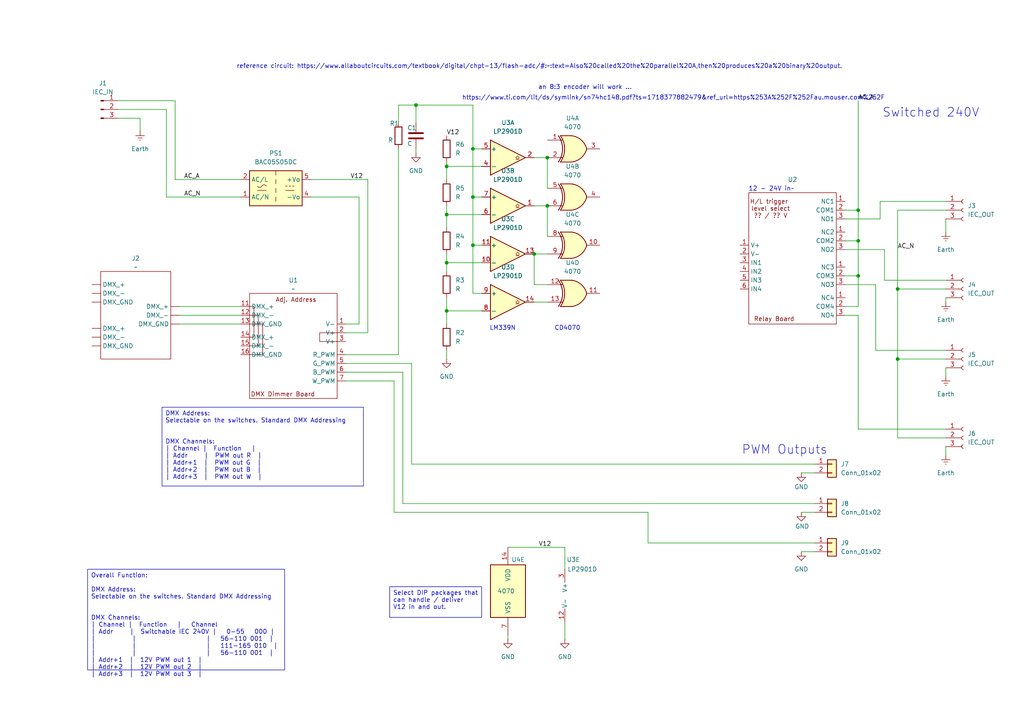
<source format=kicad_sch>
(kicad_sch (version 20231120) (generator "eeschema") (generator_version "8.0")
  (paper "A4")
  (lib_symbols
    (symbol "4xxx:4070" (pin_names (offset 1.016))
      (property "Reference" "U" (at 0 1.27 0))
      (property "Value" "4070" (at 0 -1.27 0))
      (symbol "4070_1_0"
        (arc (start -4.4196 -3.81) (mid -3.2033 0) (end -4.4196 3.81) (stroke (width 0.254)))
        (arc (start -3.81 -3.81) (mid -2.589 0) (end -3.81 3.81) (stroke (width 0.254)))
        (arc (start -0.6096 -3.81) (mid 2.1842 -2.5851) (end 3.81 0) (stroke (width 0.254)) (fill (type background)))
        (polyline (pts (xy -3.81 -3.81) (xy -0.635 -3.81)) (stroke (width 0.254)) (fill (type background)))
        (polyline (pts (xy -3.81 3.81) (xy -0.635 3.81)) (stroke (width 0.254)) (fill (type background)))
        (polyline (pts (xy -0.635 3.81) (xy -3.81 3.81) (xy -3.81 3.81) (xy -3.556 3.4036) (xy -3.0226 2.2606) (xy -2.6924 1.0414) (xy -2.6162 -0.254) (xy -2.7686 -1.4986) (xy -3.175 -2.7178) (xy -3.81 -3.81) (xy -3.81 -3.81) (xy -0.635 -3.81)) (stroke (width -25.4)) (fill (type background)))
        (arc (start 3.81 0) (mid 2.1915 2.5936) (end -0.6096 3.81) (stroke (width 0.254)) (fill (type background)))
        (pin input line (at -7.62 2.54 0) (length 4.445) (name "~") (number "1"))
        (pin input line (at -7.62 -2.54 0) (length 4.445) (name "~") (number "2"))
        (pin output line (at 7.62 0 180) (length 3.81) (name "~") (number "3"))
      )
      (symbol "4070_1_1"
        (polyline (pts (xy -3.81 -2.54) (xy -3.175 -2.54)) (stroke (width 0.1524)))
        (polyline (pts (xy -3.81 2.54) (xy -3.175 2.54)) (stroke (width 0.1524)))
      )
      (symbol "4070_2_0"
        (arc (start -4.4196 -3.81) (mid -3.2033 0) (end -4.4196 3.81) (stroke (width 0.254)))
        (arc (start -3.81 -3.81) (mid -2.589 0) (end -3.81 3.81) (stroke (width 0.254)))
        (arc (start -0.6096 -3.81) (mid 2.1842 -2.5851) (end 3.81 0) (stroke (width 0.254)) (fill (type background)))
        (polyline (pts (xy -3.81 -3.81) (xy -0.635 -3.81)) (stroke (width 0.254)) (fill (type background)))
        (polyline (pts (xy -3.81 3.81) (xy -0.635 3.81)) (stroke (width 0.254)) (fill (type background)))
        (polyline (pts (xy -0.635 3.81) (xy -3.81 3.81) (xy -3.81 3.81) (xy -3.556 3.4036) (xy -3.0226 2.2606) (xy -2.6924 1.0414) (xy -2.6162 -0.254) (xy -2.7686 -1.4986) (xy -3.175 -2.7178) (xy -3.81 -3.81) (xy -3.81 -3.81) (xy -0.635 -3.81)) (stroke (width -25.4)) (fill (type background)))
        (arc (start 3.81 0) (mid 2.1915 2.5936) (end -0.6096 3.81) (stroke (width 0.254)) (fill (type background)))
        (pin output line (at 7.62 0 180) (length 3.81) (name "~") (number "4"))
        (pin input line (at -7.62 2.54 0) (length 4.445) (name "~") (number "5"))
        (pin input line (at -7.62 -2.54 0) (length 4.445) (name "~") (number "6"))
      )
      (symbol "4070_2_1"
        (polyline (pts (xy -3.81 -2.54) (xy -3.175 -2.54)) (stroke (width 0.1524)))
        (polyline (pts (xy -3.81 2.54) (xy -3.175 2.54)) (stroke (width 0.1524)))
      )
      (symbol "4070_3_0"
        (arc (start -4.4196 -3.81) (mid -3.2033 0) (end -4.4196 3.81) (stroke (width 0.254)))
        (arc (start -3.81 -3.81) (mid -2.589 0) (end -3.81 3.81) (stroke (width 0.254)))
        (arc (start -0.6096 -3.81) (mid 2.1842 -2.5851) (end 3.81 0) (stroke (width 0.254)) (fill (type background)))
        (polyline (pts (xy -3.81 -3.81) (xy -0.635 -3.81)) (stroke (width 0.254)) (fill (type background)))
        (polyline (pts (xy -3.81 3.81) (xy -0.635 3.81)) (stroke (width 0.254)) (fill (type background)))
        (polyline (pts (xy -0.635 3.81) (xy -3.81 3.81) (xy -3.81 3.81) (xy -3.556 3.4036) (xy -3.0226 2.2606) (xy -2.6924 1.0414) (xy -2.6162 -0.254) (xy -2.7686 -1.4986) (xy -3.175 -2.7178) (xy -3.81 -3.81) (xy -3.81 -3.81) (xy -0.635 -3.81)) (stroke (width -25.4)) (fill (type background)))
        (arc (start 3.81 0) (mid 2.1915 2.5936) (end -0.6096 3.81) (stroke (width 0.254)) (fill (type background)))
        (pin output line (at 7.62 0 180) (length 3.81) (name "~") (number "10"))
        (pin input line (at -7.62 2.54 0) (length 4.445) (name "~") (number "8"))
        (pin input line (at -7.62 -2.54 0) (length 4.445) (name "~") (number "9"))
      )
      (symbol "4070_3_1"
        (polyline (pts (xy -3.81 -2.54) (xy -3.175 -2.54)) (stroke (width 0.1524)))
        (polyline (pts (xy -3.81 2.54) (xy -3.175 2.54)) (stroke (width 0.1524)))
      )
      (symbol "4070_4_0"
        (arc (start -4.4196 -3.81) (mid -3.2033 0) (end -4.4196 3.81) (stroke (width 0.254)))
        (arc (start -3.81 -3.81) (mid -2.589 0) (end -3.81 3.81) (stroke (width 0.254)))
        (arc (start -0.6096 -3.81) (mid 2.1842 -2.5851) (end 3.81 0) (stroke (width 0.254)) (fill (type background)))
        (polyline (pts (xy -3.81 -3.81) (xy -0.635 -3.81)) (stroke (width 0.254)) (fill (type background)))
        (polyline (pts (xy -3.81 3.81) (xy -0.635 3.81)) (stroke (width 0.254)) (fill (type background)))
        (polyline (pts (xy -0.635 3.81) (xy -3.81 3.81) (xy -3.81 3.81) (xy -3.556 3.4036) (xy -3.0226 2.2606) (xy -2.6924 1.0414) (xy -2.6162 -0.254) (xy -2.7686 -1.4986) (xy -3.175 -2.7178) (xy -3.81 -3.81) (xy -3.81 -3.81) (xy -0.635 -3.81)) (stroke (width -25.4)) (fill (type background)))
        (arc (start 3.81 0) (mid 2.1915 2.5936) (end -0.6096 3.81) (stroke (width 0.254)) (fill (type background)))
        (pin output line (at 7.62 0 180) (length 3.81) (name "~") (number "11"))
        (pin input line (at -7.62 2.54 0) (length 4.445) (name "~") (number "12"))
        (pin input line (at -7.62 -2.54 0) (length 4.445) (name "~") (number "13"))
      )
      (symbol "4070_4_1"
        (polyline (pts (xy -3.81 -2.54) (xy -3.175 -2.54)) (stroke (width 0.1524)))
        (polyline (pts (xy -3.81 2.54) (xy -3.175 2.54)) (stroke (width 0.1524)))
      )
      (symbol "4070_5_0"
        (pin power_in line (at 0 12.7 270) (length 5.08) (name "VDD") (number "14"))
        (pin power_in line (at 0 -12.7 90) (length 5.08) (name "VSS") (number "7"))
      )
      (symbol "4070_5_1"
        (rectangle (start -5.08 7.62) (end 5.08 -7.62) (stroke (width 0.254)) (fill (type background)))
      )
    )
    (symbol "Comparator:LP2901D" (pin_names (offset 0.127))
      (property "Reference" "U" (at 0 5.08 0))
      (property "Value" "LP2901D" (at 0 -5.08 0))
      (symbol "LP2901D_1_1"
        (polyline (pts (xy -5.08 5.08) (xy 5.08 0) (xy -5.08 -5.08) (xy -5.08 5.08)) (stroke (width 0.254)) (fill (type background)))
        (polyline (pts (xy 3.302 -0.508) (xy 2.794 -0.508) (xy 3.302 0) (xy 2.794 0.508) (xy 2.286 0) (xy 2.794 -0.508) (xy 2.286 -0.508)) (stroke (width 0.127)))
        (pin open_collector line (at 7.62 0 180) (length 2.54) (name "~") (number "2"))
        (pin input line (at -7.62 -2.54 0) (length 2.54) (name "-") (number "4"))
        (pin input line (at -7.62 2.54 0) (length 2.54) (name "+") (number "5"))
      )
      (symbol "LP2901D_2_1"
        (polyline (pts (xy -5.08 5.08) (xy 5.08 0) (xy -5.08 -5.08) (xy -5.08 5.08)) (stroke (width 0.254)) (fill (type background)))
        (polyline (pts (xy 3.302 -0.508) (xy 2.794 -0.508) (xy 3.302 0) (xy 2.794 0.508) (xy 2.286 0) (xy 2.794 -0.508) (xy 2.286 -0.508)) (stroke (width 0.127)))
        (pin open_collector line (at 7.62 0 180) (length 2.54) (name "~") (number "1"))
        (pin input line (at -7.62 -2.54 0) (length 2.54) (name "-") (number "6"))
        (pin input line (at -7.62 2.54 0) (length 2.54) (name "+") (number "7"))
      )
      (symbol "LP2901D_3_1"
        (polyline (pts (xy -5.08 5.08) (xy 5.08 0) (xy -5.08 -5.08) (xy -5.08 5.08)) (stroke (width 0.254)) (fill (type background)))
        (polyline (pts (xy 3.302 -0.508) (xy 2.794 -0.508) (xy 3.302 0) (xy 2.794 0.508) (xy 2.286 0) (xy 2.794 -0.508) (xy 2.286 -0.508)) (stroke (width 0.127)))
        (pin input line (at -7.62 -2.54 0) (length 2.54) (name "-") (number "10"))
        (pin input line (at -7.62 2.54 0) (length 2.54) (name "+") (number "11"))
        (pin open_collector line (at 7.62 0 180) (length 2.54) (name "~") (number "13"))
      )
      (symbol "LP2901D_4_1"
        (polyline (pts (xy -5.08 5.08) (xy 5.08 0) (xy -5.08 -5.08) (xy -5.08 5.08)) (stroke (width 0.254)) (fill (type background)))
        (polyline (pts (xy 3.302 -0.508) (xy 2.794 -0.508) (xy 3.302 0) (xy 2.794 0.508) (xy 2.286 0) (xy 2.794 -0.508) (xy 2.286 -0.508)) (stroke (width 0.127)))
        (pin open_collector line (at 7.62 0 180) (length 2.54) (name "~") (number "14"))
        (pin input line (at -7.62 -2.54 0) (length 2.54) (name "-") (number "8"))
        (pin input line (at -7.62 2.54 0) (length 2.54) (name "+") (number "9"))
      )
      (symbol "LP2901D_5_1"
        (pin power_in line (at -2.54 -7.62 90) (length 3.81) (name "V-") (number "12"))
        (pin power_in line (at -2.54 7.62 270) (length 3.81) (name "V+") (number "3"))
      )
    )
    (symbol "Connector:Conn_01x03_Pin" (pin_names (offset 1.016) hide)
      (property "Reference" "J" (at 0 5.08 0))
      (property "Value" "Conn_01x03_Pin" (at 0 -5.08 0))
      (symbol "Conn_01x03_Pin_1_1"
        (polyline (pts (xy 1.27 -2.54) (xy 0.8636 -2.54)) (stroke (width 0.1524)))
        (polyline (pts (xy 1.27 0) (xy 0.8636 0)) (stroke (width 0.1524)))
        (polyline (pts (xy 1.27 2.54) (xy 0.8636 2.54)) (stroke (width 0.1524)))
        (rectangle (start 0.8636 -2.413) (end 0 -2.667) (stroke (width 0.1524)) (fill (type outline)))
        (rectangle (start 0.8636 0.127) (end 0 -0.127) (stroke (width 0.1524)) (fill (type outline)))
        (rectangle (start 0.8636 2.667) (end 0 2.413) (stroke (width 0.1524)) (fill (type outline)))
        (pin passive line (at 5.08 2.54 180) (length 3.81) (name "Pin_1") (number "1"))
        (pin passive line (at 5.08 0 180) (length 3.81) (name "Pin_2") (number "2"))
        (pin passive line (at 5.08 -2.54 180) (length 3.81) (name "Pin_3") (number "3"))
      )
    )
    (symbol "Connector:Conn_01x03_Socket" (pin_names (offset 1.016) hide)
      (property "Reference" "J" (at 0 5.08 0))
      (property "Value" "Conn_01x03_Socket" (at 0 -5.08 0))
      (symbol "Conn_01x03_Socket_1_1"
        (arc (start 0 -2.032) (mid -0.5058 -2.54) (end 0 -3.048) (stroke (width 0.1524)))
        (polyline (pts (xy -1.27 -2.54) (xy -0.508 -2.54)) (stroke (width 0.1524)))
        (polyline (pts (xy -1.27 0) (xy -0.508 0)) (stroke (width 0.1524)))
        (polyline (pts (xy -1.27 2.54) (xy -0.508 2.54)) (stroke (width 0.1524)))
        (arc (start 0 0.508) (mid -0.5058 0) (end 0 -0.508) (stroke (width 0.1524)))
        (arc (start 0 3.048) (mid -0.5058 2.54) (end 0 2.032) (stroke (width 0.1524)))
        (pin passive line (at -5.08 2.54 0) (length 3.81) (name "Pin_1") (number "1"))
        (pin passive line (at -5.08 0 0) (length 3.81) (name "Pin_2") (number "2"))
        (pin passive line (at -5.08 -2.54 0) (length 3.81) (name "Pin_3") (number "3"))
      )
    )
    (symbol "Connector_Generic:Conn_01x02" (pin_names (offset 1.016) hide)
      (property "Reference" "J" (at 0 2.54 0))
      (property "Value" "Conn_01x02" (at 0 -5.08 0))
      (symbol "Conn_01x02_1_1"
        (rectangle (start -1.27 -2.413) (end 0 -2.667) (stroke (width 0.1524)))
        (rectangle (start -1.27 0.127) (end 0 -0.127) (stroke (width 0.1524)))
        (rectangle (start -1.27 1.27) (end 1.27 -3.81) (stroke (width 0.254)) (fill (type background)))
        (pin passive line (at -5.08 0 0) (length 3.81) (name "Pin_1") (number "1"))
        (pin passive line (at -5.08 -2.54 0) (length 3.81) (name "Pin_2") (number "2"))
      )
    )
    (symbol "Converter_ACDC:BAC05S05DC"
      (property "Reference" "PS" (at 0 6.35 0))
      (property "Value" "BAC05S05DC" (at 0 -6.35 0))
      (symbol "BAC05S05DC_0_1"
        (rectangle (start -7.62 5.08) (end 7.62 -5.08) (stroke (width 0.254)) (fill (type background)))
        (arc (start -5.334 0.635) (mid -4.699 0.2495) (end -4.064 0.635))
        (arc (start -2.794 0.635) (mid -3.429 1.0072) (end -4.064 0.635))
        (polyline (pts (xy -5.334 -0.635) (xy -2.794 -0.635)))
        (polyline (pts (xy 0 -2.54) (xy 0 -3.81)))
        (polyline (pts (xy 0 0) (xy 0 -1.27)))
        (polyline (pts (xy 0 2.54) (xy 0 1.27)))
        (polyline (pts (xy 0 5.08) (xy 0 3.81)))
        (polyline (pts (xy 2.794 -0.635) (xy 5.334 -0.635)))
        (polyline (pts (xy 2.794 0.635) (xy 3.302 0.635)))
        (polyline (pts (xy 3.81 0.635) (xy 4.318 0.635)))
        (polyline (pts (xy 4.826 0.635) (xy 5.334 0.635)))
      )
      (symbol "BAC05S05DC_1_1"
        (pin power_in line (at -10.16 -2.54 0) (length 2.54) (name "AC/N") (number "1"))
        (pin power_in line (at -10.16 2.54 0) (length 2.54) (name "AC/L") (number "2"))
        (pin no_connect line (at 7.62 0 180) (length 2.54) hide (name "NC") (number "3"))
        (pin power_out line (at 10.16 -2.54 180) (length 2.54) (name "-Vo") (number "4"))
        (pin power_out line (at 10.16 2.54 180) (length 2.54) (name "+Vo") (number "5"))
      )
    )
    (symbol "DMX_Modules:DMX_Dimmer_4ch"
      (property "Reference" "U" (at -11.938 -16.51 0))
      (symbol "DMX_Dimmer_4ch_0_1"
        (rectangle (start -12.7 15.24) (end 12.7 -15.24))
        (polyline (pts (xy -12.7 0) (xy -10.16 0) (xy -10.16 8.89) (xy -12.7 8.89)))
        (polyline (pts (xy -12.7 6.35) (xy -8.89 6.35) (xy -8.89 -2.54) (xy -12.7 -2.54)))
        (polyline (pts (xy -12.7 11.43) (xy -11.43 11.43) (xy -11.43 2.54) (xy -12.7 2.54)))
        (polyline (pts (xy 12.7 3.81) (xy 7.62 3.81) (xy 7.62 1.27) (xy 12.7 1.27)))
      )
      (symbol "DMX_Dimmer_4ch_1_1"
        (text "Adj. Address" (at 0.762 13.462 0) (effects (font (size 1.27 1.27))))
        (text "DMX Dimmer Board" (at -3.048 -13.97 0) (effects (font (size 1.27 1.27))))
        (pin power_in line (at 15.24 6.35 180) (length 2.54) (name "V-") (number "1"))
        (pin input line (at -15.24 11.43 0) (length 2.54) (name "DMX_+") (number "11"))
        (pin input line (at -15.24 8.89 0) (length 2.54) (name "DMX_-") (number "12"))
        (pin input line (at -15.24 6.35 0) (length 2.54) (name "DMX_GND") (number "13"))
        (pin input line (at -15.24 2.54 0) (length 2.54) (name "DMX_+") (number "14"))
        (pin input line (at -15.24 0 0) (length 2.54) (name "DMX_-") (number "15"))
        (pin input line (at -15.24 -2.54 0) (length 2.54) (name "DMX_GND") (number "16"))
        (pin power_in line (at 15.24 3.81 180) (length 2.54) (name "V+") (number "2"))
        (pin power_in line (at 15.24 1.27 180) (length 2.54) (name "V+") (number "3"))
        (pin output line (at 15.24 -2.54 180) (length 2.54) (name "R_PWM") (number "4"))
        (pin output line (at 15.24 -5.08 180) (length 2.54) (name "G_PWM") (number "5"))
        (pin output line (at 15.24 -7.62 180) (length 2.54) (name "B_PWM") (number "6"))
        (pin output line (at 15.24 -10.16 180) (length 2.54) (name "W_PWM") (number "7"))
      )
    )
    (symbol "DMX_Modules:RelayBoard"
      (property "Reference" "U" (at -12.192 -20.32 0))
      (symbol "RelayBoard_0_1"
        (rectangle (start -12.7 19.05) (end 12.7 -19.05))
      )
      (symbol "RelayBoard_1_1"
        (text "H/L trigger \nlevel select\n?? / ?? V" (at -6.35 14.478 0) (effects (font (size 1.27 1.27))))
        (text "Relay Board" (at -5.334 -17.526 0) (effects (font (size 1.27 1.27))))
        (pin output line (at 15.24 16.51 180) (length 2.54) (name "NC1") (number "1"))
        (pin output line (at 15.24 7.62 180) (length 2.54) (name "NC2") (number "1"))
        (pin output line (at 15.24 -2.54 180) (length 2.54) (name "NC3") (number "1"))
        (pin output line (at 15.24 -11.43 180) (length 2.54) (name "NC4") (number "1"))
        (pin power_in line (at -15.24 3.81 0) (length 2.54) (name "V+") (number "1"))
        (pin input line (at 15.24 13.97 180) (length 2.54) (name "COM1") (number "2"))
        (pin input line (at 15.24 5.08 180) (length 2.54) (name "COM2") (number "2"))
        (pin input line (at 15.24 -5.08 180) (length 2.54) (name "COM3") (number "2"))
        (pin input line (at 15.24 -13.97 180) (length 2.54) (name "COM4") (number "2"))
        (pin power_in line (at -15.24 1.27 0) (length 2.54) (name "V-") (number "2"))
        (pin input line (at -15.24 -1.27 0) (length 2.54) (name "IN1") (number "3"))
        (pin output line (at 15.24 11.43 180) (length 2.54) (name "NO1") (number "3"))
        (pin output line (at 15.24 2.54 180) (length 2.54) (name "NO2") (number "3"))
        (pin output line (at 15.24 -7.62 180) (length 2.54) (name "NO3") (number "3"))
        (pin output line (at 15.24 -16.51 180) (length 2.54) (name "NO4") (number "3"))
        (pin input line (at -15.24 -3.81 0) (length 2.54) (name "IN2") (number "4"))
        (pin input line (at -15.24 -6.35 0) (length 2.54) (name "IN3") (number "5"))
        (pin input line (at -15.24 -8.89 0) (length 2.54) (name "IN4") (number "6"))
      )
    )
    (symbol "DMX_Relay:DMX_Connector_Board"
      (property "Reference" "J" (at -7.366 -27.432 0))
      (symbol "DMX_Connector_Board_0_1"
        (rectangle (start -7.62 12.7) (end 12.7 -12.7))
      )
      (symbol "DMX_Connector_Board_1_1"
        (pin passive line (at -10.16 -3.81 0) (length 2.54) (name "DMX_+") (number ""))
        (pin passive line (at -10.16 8.89 0) (length 2.54) (name "DMX_+") (number ""))
        (pin passive line (at 15.24 2.54 180) (length 2.54) (name "DMX_+") (number ""))
        (pin passive line (at -10.16 -6.35 0) (length 2.54) (name "DMX_-") (number ""))
        (pin passive line (at -10.16 6.35 0) (length 2.54) (name "DMX_-") (number ""))
        (pin passive line (at 15.24 0 180) (length 2.54) (name "DMX_-") (number ""))
        (pin passive line (at -10.16 -8.89 0) (length 2.54) (name "DMX_GND") (number ""))
        (pin passive line (at -10.16 3.81 0) (length 2.54) (name "DMX_GND") (number ""))
        (pin passive line (at 15.24 -2.54 180) (length 2.54) (name "DMX_GND") (number ""))
      )
    )
    (symbol "Device:C" (pin_numbers hide) (pin_names (offset 0.254))
      (property "Reference" "C" (at 0.635 2.54 0))
      (property "Value" "C" (at 0.635 -2.54 0))
      (symbol "C_0_1"
        (polyline (pts (xy -2.032 -0.762) (xy 2.032 -0.762)) (stroke (width 0.508)))
        (polyline (pts (xy -2.032 0.762) (xy 2.032 0.762)) (stroke (width 0.508)))
      )
      (symbol "C_1_1"
        (pin passive line (at 0 3.81 270) (length 2.794) (name "~") (number "1"))
        (pin passive line (at 0 -3.81 90) (length 2.794) (name "~") (number "2"))
      )
    )
    (symbol "Device:R" (pin_numbers hide) (pin_names (offset 0))
      (property "Reference" "R" (at 2.032 0 90))
      (property "Value" "R" (at 0 0 90))
      (symbol "R_0_1"
        (rectangle (start -1.016 -2.54) (end 1.016 2.54) (stroke (width 0.254)))
      )
      (symbol "R_1_1"
        (pin passive line (at 0 3.81 270) (length 1.27) (name "~") (number "1"))
        (pin passive line (at 0 -3.81 90) (length 1.27) (name "~") (number "2"))
      )
    )
    (symbol "power:Earth" (power) (pin_numbers hide) (pin_names (offset 0) hide)
      (property "Value" "Earth" (at 0 -3.81 0))
      (symbol "Earth_0_1"
        (polyline (pts (xy -0.635 -1.905) (xy 0.635 -1.905)))
        (polyline (pts (xy -0.127 -2.54) (xy 0.127 -2.54)))
        (polyline (pts (xy 0 -1.27) (xy 0 0)))
        (polyline (pts (xy 1.27 -1.27) (xy -1.27 -1.27)))
      )
      (symbol "Earth_1_1"
        (pin power_in line (at 0 0 270) (length 0) (name "~") (number "1"))
      )
    )
    (symbol "power:GND" (power) (pin_numbers hide) (pin_names (offset 0) hide)
      (property "Value" "GND" (at 0 -3.81 0))
      (symbol "GND_0_1"
        (polyline (pts (xy 0 0) (xy 0 -1.27) (xy 1.27 -1.27) (xy 0 -2.54) (xy -1.27 -1.27) (xy 0 -1.27)))
      )
      (symbol "GND_1_1"
        (pin power_in line (at 0 0 270) (length 0) (name "~") (number "1"))
      )
    )
  )
  (junction (at 248.92 69.85))
  (junction (at 158.75 45.72))
  (junction (at 129.54 48.26))
  (junction (at 248.92 80.01))
  (junction (at 137.16 43.18))
  (junction (at 129.54 62.23))
  (junction (at 154.94 73.66))
  (junction (at 137.16 57.15))
  (junction (at 137.16 71.12))
  (junction (at 120.65 30.48))
  (junction (at 248.92 60.96))
  (junction (at 158.75 59.69))
  (junction (at 129.54 76.2))
  (junction (at 260.35 83.82))
  (junction (at 129.54 90.17))
  (junction (at 260.35 104.14))
  (wire (pts (xy 104.14 93.98) (xy 100.33 93.98)))
  (wire (pts (xy 129.54 90.17) (xy 139.7 90.17)))
  (wire (pts (xy 274.32 127) (xy 260.35 127)))
  (wire (pts (xy 154.94 87.63) (xy 158.75 87.63)))
  (wire (pts (xy 248.92 91.44) (xy 248.92 124.46)))
  (wire (pts (xy 129.54 101.6) (xy 129.54 104.14)))
  (wire (pts (xy 232.41 160.02) (xy 236.22 160.02)))
  (wire (pts (xy 245.11 69.85) (xy 248.92 69.85)))
  (wire (pts (xy 34.29 31.75) (xy 48.26 31.75)))
  (wire (pts (xy 274.32 101.6) (xy 254 101.6)))
  (wire (pts (xy 139.7 71.12) (xy 137.16 71.12)))
  (wire (pts (xy 115.57 43.18) (xy 115.57 102.87)))
  (wire (pts (xy 245.11 91.44) (xy 248.92 91.44)))
  (wire (pts (xy 129.54 76.2) (xy 129.54 78.74)))
  (wire (pts (xy 260.35 60.96) (xy 274.32 60.96)))
  (wire (pts (xy 248.92 60.96) (xy 248.92 69.85)))
  (wire (pts (xy 129.54 59.69) (xy 129.54 62.23)))
  (wire (pts (xy 245.11 60.96) (xy 248.92 60.96)))
  (wire (pts (xy 274.32 63.5) (xy 274.32 67.31)))
  (wire (pts (xy 106.68 52.07) (xy 106.68 96.52)))
  (wire (pts (xy 274.32 106.68) (xy 274.32 109.22)))
  (wire (pts (xy 129.54 62.23) (xy 129.54 66.04)))
  (wire (pts (xy 245.11 72.39) (xy 256.54 72.39)))
  (wire (pts (xy 129.54 76.2) (xy 139.7 76.2)))
  (wire (pts (xy 116.84 107.95) (xy 116.84 146.05)))
  (wire (pts (xy 163.83 165.1) (xy 163.83 158.75)))
  (wire (pts (xy 137.16 71.12) (xy 137.16 57.15)))
  (wire (pts (xy 40.64 38.1) (xy 40.64 34.29)))
  (wire (pts (xy 52.07 93.98) (xy 69.85 93.98)))
  (wire (pts (xy 129.54 48.26) (xy 129.54 52.07)))
  (wire (pts (xy 139.7 57.15) (xy 137.16 57.15)))
  (wire (pts (xy 129.54 46.99) (xy 129.54 48.26)))
  (wire (pts (xy 256.54 81.28) (xy 274.32 81.28)))
  (wire (pts (xy 260.35 60.96) (xy 260.35 83.82)))
  (wire (pts (xy 274.32 83.82) (xy 260.35 83.82)))
  (wire (pts (xy 52.07 91.44) (xy 69.85 91.44)))
  (wire (pts (xy 100.33 107.95) (xy 116.84 107.95)))
  (wire (pts (xy 115.57 35.56) (xy 115.57 30.48)))
  (wire (pts (xy 147.32 158.75) (xy 163.83 158.75)))
  (wire (pts (xy 260.35 127) (xy 260.35 104.14)))
  (wire (pts (xy 90.17 52.07) (xy 106.68 52.07)))
  (wire (pts (xy 116.84 146.05) (xy 236.22 146.05)))
  (wire (pts (xy 40.64 34.29) (xy 34.29 34.29)))
  (wire (pts (xy 254 82.55) (xy 254 101.6)))
  (wire (pts (xy 232.41 148.59) (xy 236.22 148.59)))
  (wire (pts (xy 50.8 52.07) (xy 69.85 52.07)))
  (wire (pts (xy 139.7 85.09) (xy 137.16 85.09)))
  (wire (pts (xy 90.17 57.15) (xy 104.14 57.15)))
  (wire (pts (xy 137.16 57.15) (xy 137.16 43.18)))
  (wire (pts (xy 129.54 90.17) (xy 129.54 93.98)))
  (wire (pts (xy 255.27 58.42) (xy 274.32 58.42)))
  (wire (pts (xy 232.41 137.16) (xy 236.22 137.16)))
  (wire (pts (xy 260.35 83.82) (xy 260.35 104.14)))
  (wire (pts (xy 245.11 80.01) (xy 248.92 80.01)))
  (wire (pts (xy 274.32 86.36) (xy 274.32 87.63)))
  (wire (pts (xy 50.8 29.21) (xy 50.8 52.07)))
  (wire (pts (xy 154.94 82.55) (xy 154.94 73.66)))
  (wire (pts (xy 137.16 43.18) (xy 137.16 30.48)))
  (wire (pts (xy 187.96 157.48) (xy 236.22 157.48)))
  (wire (pts (xy 274.32 129.54) (xy 274.32 132.08)))
  (wire (pts (xy 34.29 29.21) (xy 50.8 29.21)))
  (wire (pts (xy 255.27 63.5) (xy 255.27 58.42)))
  (wire (pts (xy 154.94 73.66) (xy 158.75 73.66)))
  (wire (pts (xy 158.75 45.72) (xy 158.75 54.61)))
  (wire (pts (xy 52.07 88.9) (xy 69.85 88.9)))
  (wire (pts (xy 129.54 73.66) (xy 129.54 76.2)))
  (wire (pts (xy 129.54 62.23) (xy 139.7 62.23)))
  (wire (pts (xy 115.57 30.48) (xy 120.65 30.48)))
  (wire (pts (xy 129.54 48.26) (xy 139.7 48.26)))
  (wire (pts (xy 100.33 110.49) (xy 114.3 110.49)))
  (wire (pts (xy 119.38 134.62) (xy 236.22 134.62)))
  (wire (pts (xy 114.3 110.49) (xy 114.3 148.59)))
  (wire (pts (xy 100.33 105.41) (xy 119.38 105.41)))
  (wire (pts (xy 115.57 102.87) (xy 100.33 102.87)))
  (wire (pts (xy 114.3 148.59) (xy 187.96 148.59)))
  (wire (pts (xy 120.65 30.48) (xy 120.65 35.56)))
  (wire (pts (xy 187.96 148.59) (xy 187.96 157.48)))
  (wire (pts (xy 147.32 184.15) (xy 147.32 185.42)))
  (wire (pts (xy 248.92 29.21) (xy 248.92 60.96)))
  (wire (pts (xy 248.92 69.85) (xy 248.92 80.01)))
  (wire (pts (xy 129.54 86.36) (xy 129.54 90.17)))
  (wire (pts (xy 120.65 30.48) (xy 137.16 30.48)))
  (wire (pts (xy 248.92 80.01) (xy 248.92 88.9)))
  (wire (pts (xy 104.14 57.15) (xy 104.14 93.98)))
  (wire (pts (xy 248.92 124.46) (xy 274.32 124.46)))
  (wire (pts (xy 48.26 57.15) (xy 69.85 57.15)))
  (wire (pts (xy 260.35 104.14) (xy 274.32 104.14)))
  (wire (pts (xy 245.11 88.9) (xy 248.92 88.9)))
  (wire (pts (xy 106.68 96.52) (xy 100.33 96.52)))
  (wire (pts (xy 137.16 71.12) (xy 137.16 85.09)))
  (wire (pts (xy 139.7 43.18) (xy 137.16 43.18)))
  (wire (pts (xy 163.83 180.34) (xy 163.83 185.42)))
  (wire (pts (xy 120.65 43.18) (xy 120.65 44.45)))
  (wire (pts (xy 119.38 105.41) (xy 119.38 134.62)))
  (wire (pts (xy 154.94 59.69) (xy 158.75 59.69)))
  (wire (pts (xy 256.54 72.39) (xy 256.54 81.28)))
  (wire (pts (xy 158.75 59.69) (xy 158.75 68.58)))
  (wire (pts (xy 48.26 31.75) (xy 48.26 57.15)))
  (wire (pts (xy 158.75 82.55) (xy 154.94 82.55)))
  (wire (pts (xy 245.11 82.55) (xy 254 82.55)))
  (wire (pts (xy 245.11 63.5) (xy 255.27 63.5)))
  (wire (pts (xy 154.94 45.72) (xy 158.75 45.72)))
  (text_box "Select DIP packages that can handle / deliver V12 in and out. " (at 113.03 170.18 0) (size 26.67 8.89) (effects (font (size 1.27 1.27)) (justify left top)))
  (text_box "Overall Function:\n\nDMX Address: \nSelectable on the switches. Standard DMX Addressing\n\n\nDMX Channels:\n| Channel |  Function   |   Channel\n| Addr     |  Switchable IEC 240V |   0-55   000 |\n|           |                     |   56-110 001  |\n|           |                     |   111-165 010  |\n|           |                     |   56-110 001  |\n| Addr+1  |  12V PWM out 1  |\n| Addr+2  |  12V PWM out 2  |\n| Addr+3  |  12V PWM out 3  | " (at 25.4 165.1 0) (size 57.15 29.21) (effects (font (size 1.27 1.27)) (justify left top)))
  (text_box "DMX Address: \nSelectable on the switches. Standard DMX Addressing\n\n\nDMX Channels:\n| Channel |  Function   |\n| Addr     |  PWM out R  |\n| Addr+1  |  PWM out G  |\n| Addr+2  |  PWM out B  |\n| Addr+3  |  PWM out W  | " (at 46.99 118.11 0) (size 58.42 22.86) (effects (font (size 1.27 1.27)) (justify left top)))
  (text "an 8:3 encoder will work ... " (at 170.18 25.4 0) (effects (font (size 1.27 1.27))))
  (text "PWM Outputs" (at 227.584 130.556 0) (effects (font (size 2.54 2.54))))
  (text "CD4070\n" (at 164.592 95.25 0) (effects (font (size 1.27 1.27))))
  (text "LM339N" (at 145.796 95.25 0) (effects (font (size 1.27 1.27))))
  (text "https://www.ti.com/lit/ds/symlink/sn74hc148.pdf?ts=1718377882479&ref_url=https%253A%252F%252Fau.mouser.com%252F\n" (at 195.326 28.448 0) (effects (font (size 1.27 1.27))))
  (text "reference circuit: https://www.allaboutcircuits.com/textbook/digital/chpt-13/flash-adc/#:~:text=Also%20called%20the%20parallel%20A,then%20produces%20a%20binary%20output.\n" (at 156.464 19.304 0) (effects (font (size 1.27 1.27))))
  (text "Switched 240V" (at 270.002 32.766 0) (effects (font (size 2.54 2.54))))
  (text "12 - 24V in\n" (at 223.266 54.864 0) (effects (font (size 1.27 1.27))))
  (label "V12" (at 129.54 39.37 0))
  (label "AC_N" (at 53.34 57.15 0))
  (label "V12" (at 101.6 52.07 0))
  (label "AC_A" (at 53.34 52.07 0))
  (label "V12" (at 156.21 158.75 0))
  (label "AC_N" (at 260.35 72.39 0))
  (label "AC_A" (at 248.92 29.21 0))
  (symbol (lib_id "Connector_Generic:Conn_01x02") (at 241.3 146.05 0) (unit 1)
    (property "Reference" "J8" (at 243.84 146.0499 0) (effects (justify left)))
    (property "Value" "Conn_01x02" (at 243.84 148.5899 0) (effects (justify left)))
    (property "Description" "Generic connector, single row, 01x02, script generated (kicad-library-utils/schlib/autogen/connector/)" (effects (hide yes)))
  )
  (symbol (lib_id "Connector:Conn_01x03_Socket") (at 279.4 104.14 0) (unit 1)
    (property "Reference" "J5" (at 280.67 102.8699 0) (effects (justify left)))
    (property "Value" "IEC_OUT" (at 280.67 105.4099 0) (effects (justify left)))
    (property "Description" "Generic connector, single row, 01x03, script generated" (effects (hide yes)))
  )
  (symbol (lib_id "power:GND") (at 147.32 185.42 0) (unit 1)
    (property "Reference" "#PWR08" (effects (hide yes)))
    (property "Value" "GND" (at 147.32 190.5 0))
    (property "Description" "Power symbol creates a global label with name \"GND\" , ground" (effects (hide yes)))
  )
  (symbol (lib_id "Device:R") (at 129.54 43.18 0) (unit 1)
    (property "Reference" "R6" (at 132.08 41.9099 0) (effects (justify left)))
    (property "Value" "R" (at 132.08 44.4499 0) (effects (justify left)))
    (property "Description" "Resistor" (effects (hide yes)))
  )
  (symbol (lib_id "Connector:Conn_01x03_Socket") (at 279.4 60.96 0) (unit 1)
    (property "Reference" "J3" (at 280.67 59.6899 0) (effects (justify left)))
    (property "Value" "IEC_OUT" (at 280.67 62.2299 0) (effects (justify left)))
    (property "Description" "Generic connector, single row, 01x03, script generated" (effects (hide yes)))
  )
  (symbol (lib_id "DMX_Modules:RelayBoard") (at 229.87 74.93 0) (unit 1)
    (property "Reference" "U2" (at 229.87 52.07 0))
    (property "Value" "~" (at 229.87 54.61 0))
  )
  (symbol (lib_id "Comparator:LP2901D") (at 166.37 172.72 0) (unit 5)
    (property "Reference" "U3" (at 164.338 162.306 0) (effects (justify left)))
    (property "Value" "LP2901D" (at 164.592 165.1 0) (effects (justify left)))
    (property "Footprint" "Package_SO:SOIC-14_3.9x8.7mm_P1.27mm" (effects (hide yes)))
    (property "Datasheet" "https://www.ti.com/lit/ds/symlink/lp2901.pdf" (effects (hide yes)))
    (property "Description" "Quad Differential Comparators, SOIC-14" (effects (hide yes)))
  )
  (symbol (lib_id "Connector:Conn_01x03_Socket") (at 279.4 83.82 0) (unit 1)
    (property "Reference" "J4" (at 280.67 82.5499 0) (effects (justify left)))
    (property "Value" "IEC_OUT" (at 280.67 85.0899 0) (effects (justify left)))
    (property "Description" "Generic connector, single row, 01x03, script generated" (effects (hide yes)))
  )
  (symbol (lib_id "Device:R") (at 129.54 69.85 0) (unit 1)
    (property "Reference" "R4" (at 132.08 68.5799 0) (effects (justify left)))
    (property "Value" "R" (at 132.08 71.1199 0) (effects (justify left)))
    (property "Description" "Resistor" (effects (hide yes)))
  )
  (symbol (lib_id "power:GND") (at 129.54 104.14 0) (unit 1)
    (property "Reference" "#PWR05" (effects (hide yes)))
    (property "Value" "GND" (at 129.54 109.22 0))
    (property "Description" "Power symbol creates a global label with name \"GND\" , ground" (effects (hide yes)))
  )
  (symbol (lib_id "power:Earth") (at 274.32 109.22 0) (unit 1)
    (property "Reference" "#PWR04" (effects (hide yes)))
    (property "Value" "Earth" (at 274.32 114.3 0))
    (property "Description" "Power symbol creates a global label with name \"Earth\"" (effects (hide yes)))
  )
  (symbol (lib_id "Comparator:LP2901D") (at 147.32 87.63 0) (unit 4)
    (property "Reference" "U3" (at 147.32 77.47 0))
    (property "Value" "LP2901D" (at 147.32 80.01 0))
    (property "Footprint" "Package_SO:SOIC-14_3.9x8.7mm_P1.27mm" (effects (hide yes)))
    (property "Datasheet" "https://www.ti.com/lit/ds/symlink/lp2901.pdf" (effects (hide yes)))
    (property "Description" "Quad Differential Comparators, SOIC-14" (effects (hide yes)))
  )
  (symbol (lib_id "power:GND") (at 232.41 160.02 0) (unit 1)
    (property "Reference" "#PWR012" (effects (hide yes)))
    (property "Value" "GND" (at 232.41 165.1 0))
    (property "Description" "Power symbol creates a global label with name \"GND\" , ground" (effects (hide yes)))
  )
  (symbol (lib_id "4xxx:4070") (at 166.37 85.09 0) (unit 4)
    (property "Reference" "U4" (at 166.0652 76.2 0))
    (property "Value" "4070" (at 166.0652 78.74 0))
    (property "Footprint" "Package_DIP:DIP-14_W7.62mm" (effects (hide yes)))
    (property "Datasheet" "http://www.intersil.com/content/dam/Intersil/documents/cd40/cd4070bms-77bms.pdf" (effects (hide yes)))
    (property "Description" "Quad Xor 2 inputs" (effects (hide yes)))
  )
  (symbol (lib_id "Connector_Generic:Conn_01x02") (at 241.3 157.48 0) (unit 1)
    (property "Reference" "J9" (at 243.84 157.4799 0) (effects (justify left)))
    (property "Value" "Conn_01x02" (at 243.84 160.0199 0) (effects (justify left)))
    (property "Description" "Generic connector, single row, 01x02, script generated (kicad-library-utils/schlib/autogen/connector/)" (effects (hide yes)))
  )
  (symbol (lib_id "power:GND") (at 232.41 148.59 0) (unit 1)
    (property "Reference" "#PWR011" (effects (hide yes)))
    (property "Value" "GND" (at 232.664 152.654 0))
    (property "Description" "Power symbol creates a global label with name \"GND\" , ground" (effects (hide yes)))
  )
  (symbol (lib_id "power:GND") (at 163.83 185.42 0) (unit 1)
    (property "Reference" "#PWR09" (effects (hide yes)))
    (property "Value" "GND" (at 163.83 190.5 0))
    (property "Description" "Power symbol creates a global label with name \"GND\" , ground" (effects (hide yes)))
  )
  (symbol (lib_id "Comparator:LP2901D") (at 147.32 45.72 0) (unit 1)
    (property "Reference" "U3" (at 147.32 35.56 0))
    (property "Value" "LP2901D" (at 147.32 38.1 0))
    (property "Footprint" "Package_SO:SOIC-14_3.9x8.7mm_P1.27mm" (effects (hide yes)))
    (property "Datasheet" "https://www.ti.com/lit/ds/symlink/lp2901.pdf" (effects (hide yes)))
    (property "Description" "Quad Differential Comparators, SOIC-14" (effects (hide yes)))
  )
  (symbol (lib_id "Connector:Conn_01x03_Socket") (at 279.4 127 0) (unit 1)
    (property "Reference" "J6" (at 280.67 125.7299 0) (effects (justify left)))
    (property "Value" "IEC_OUT" (at 280.67 128.2699 0) (effects (justify left)))
    (property "Description" "Generic connector, single row, 01x03, script generated" (effects (hide yes)))
  )
  (symbol (lib_id "power:Earth") (at 274.32 67.31 0) (unit 1)
    (property "Reference" "#PWR02" (effects (hide yes)))
    (property "Value" "Earth" (at 274.32 72.39 0))
    (property "Description" "Power symbol creates a global label with name \"Earth\"" (effects (hide yes)))
  )
  (symbol (lib_id "power:GND") (at 120.65 44.45 0) (unit 1)
    (property "Reference" "#PWR07" (effects (hide yes)))
    (property "Value" "GND" (at 120.65 49.53 0))
    (property "Description" "Power symbol creates a global label with name \"GND\" , ground" (effects (hide yes)))
  )
  (symbol (lib_id "Converter_ACDC:BAC05S05DC") (at 80.01 54.61 0) (unit 1)
    (property "Reference" "PS1" (at 80.01 44.45 0))
    (property "Value" "BAC05S05DC" (at 80.01 46.99 0))
    (property "Footprint" "Converter_ACDC:Converter_ACDC_Murata_BAC05SxxDC_THT" (effects (hide yes)))
    (property "Datasheet" "https://www.murata.com/products/productdata/8809982558238/KAC-BAC05.pdf" (effects (hide yes)))
    (property "Description" "5V, 1A, 5W, Isolated, AC-DC" (effects (hide yes)))
  )
  (symbol (lib_id "power:Earth") (at 40.64 38.1 0) (unit 1)
    (property "Reference" "#PWR01" (effects (hide yes)))
    (property "Value" "Earth" (at 40.64 43.18 0))
    (property "Description" "Power symbol creates a global label with name \"Earth\"" (effects (hide yes)))
  )
  (symbol (lib_id "Device:R") (at 129.54 82.55 0) (unit 1)
    (property "Reference" "R3" (at 132.08 81.2799 0) (effects (justify left)))
    (property "Value" "R" (at 132.08 83.8199 0) (effects (justify left)))
    (property "Description" "Resistor" (effects (hide yes)))
  )
  (symbol (lib_id "DMX_Relay:DMX_Connector_Board") (at 36.83 91.44 0) (unit 1)
    (property "Reference" "J2" (at 39.37 74.93 0))
    (property "Value" "~" (at 39.37 77.47 0))
  )
  (symbol (lib_id "Device:R") (at 115.57 39.37 180) (unit 1)
    (property "Reference" "R1" (at 113.03 35.814 0) (effects (justify right)))
    (property "Value" "R" (at 112.522 40.64 0) (effects (justify right)))
    (property "Description" "Resistor" (effects (hide yes)))
  )
  (symbol (lib_id "DMX_Modules:DMX_Dimmer_4ch") (at 85.09 100.33 0) (unit 1)
    (property "Reference" "U1" (at 85.09 81.28 0))
    (property "Value" "~" (at 85.09 83.82 0))
  )
  (symbol (lib_id "4xxx:4070") (at 166.37 43.18 0) (unit 1)
    (property "Reference" "U4" (at 166.0652 34.29 0))
    (property "Value" "4070" (at 166.0652 36.83 0))
    (property "Footprint" "Package_DIP:DIP-14_W7.62mm" (effects (hide yes)))
    (property "Datasheet" "http://www.intersil.com/content/dam/Intersil/documents/cd40/cd4070bms-77bms.pdf" (effects (hide yes)))
    (property "Description" "Quad Xor 2 inputs" (effects (hide yes)))
  )
  (symbol (lib_id "4xxx:4070") (at 147.32 171.45 0) (unit 5)
    (property "Reference" "U4" (at 148.336 162.306 0) (effects (justify left)))
    (property "Value" "4070" (at 144.272 171.45 0) (effects (justify left)))
    (property "Footprint" "Package_DIP:DIP-14_W7.62mm" (effects (hide yes)))
    (property "Datasheet" "http://www.intersil.com/content/dam/Intersil/documents/cd40/cd4070bms-77bms.pdf" (effects (hide yes)))
    (property "Description" "Quad Xor 2 inputs" (effects (hide yes)))
  )
  (symbol (lib_id "Connector_Generic:Conn_01x02") (at 241.3 134.62 0) (unit 1)
    (property "Reference" "J7" (at 243.84 134.6199 0) (effects (justify left)))
    (property "Value" "Conn_01x02" (at 243.84 137.1599 0) (effects (justify left)))
    (property "Description" "Generic connector, single row, 01x02, script generated (kicad-library-utils/schlib/autogen/connector/)" (effects (hide yes)))
  )
  (symbol (lib_id "Device:R") (at 129.54 97.79 0) (unit 1)
    (property "Reference" "R2" (at 132.08 96.5199 0) (effects (justify left)))
    (property "Value" "R" (at 132.08 99.0599 0) (effects (justify left)))
    (property "Description" "Resistor" (effects (hide yes)))
  )
  (symbol (lib_id "Device:R") (at 129.54 55.88 0) (unit 1)
    (property "Reference" "R5" (at 132.08 54.6099 0) (effects (justify left)))
    (property "Value" "R" (at 132.08 57.1499 0) (effects (justify left)))
    (property "Description" "Resistor" (effects (hide yes)))
  )
  (symbol (lib_id "4xxx:4070") (at 166.37 71.12 0) (unit 3)
    (property "Reference" "U4" (at 166.0652 62.23 0))
    (property "Value" "4070" (at 166.0652 64.77 0))
    (property "Footprint" "Package_DIP:DIP-14_W7.62mm" (effects (hide yes)))
    (property "Datasheet" "http://www.intersil.com/content/dam/Intersil/documents/cd40/cd4070bms-77bms.pdf" (effects (hide yes)))
    (property "Description" "Quad Xor 2 inputs" (effects (hide yes)))
  )
  (symbol (lib_id "Comparator:LP2901D") (at 147.32 73.66 0) (unit 3)
    (property "Reference" "U3" (at 147.32 63.5 0))
    (property "Value" "LP2901D" (at 147.32 66.04 0))
    (property "Footprint" "Package_SO:SOIC-14_3.9x8.7mm_P1.27mm" (effects (hide yes)))
    (property "Datasheet" "https://www.ti.com/lit/ds/symlink/lp2901.pdf" (effects (hide yes)))
    (property "Description" "Quad Differential Comparators, SOIC-14" (effects (hide yes)))
  )
  (symbol (lib_id "power:GND") (at 232.41 137.16 0) (unit 1)
    (property "Reference" "#PWR010" (effects (hide yes)))
    (property "Value" "GND" (at 232.41 141.224 0))
    (property "Description" "Power symbol creates a global label with name \"GND\" , ground" (effects (hide yes)))
  )
  (symbol (lib_id "power:Earth") (at 274.32 132.08 0) (unit 1)
    (property "Reference" "#PWR06" (effects (hide yes)))
    (property "Value" "Earth" (at 274.32 137.16 0))
    (property "Description" "Power symbol creates a global label with name \"Earth\"" (effects (hide yes)))
  )
  (symbol (lib_id "Connector:Conn_01x03_Pin") (at 29.21 31.75 0) (unit 1)
    (property "Reference" "J1" (at 29.845 24.13 0))
    (property "Value" "IEC_IN" (at 29.845 26.67 0))
    (property "Description" "Generic connector, single row, 01x03, script generated" (effects (hide yes)))
  )
  (symbol (lib_id "4xxx:4070") (at 166.37 57.15 0) (unit 2)
    (property "Reference" "U4" (at 166.0652 48.26 0))
    (property "Value" "4070" (at 166.0652 50.8 0))
    (property "Footprint" "Package_DIP:DIP-14_W7.62mm" (effects (hide yes)))
    (property "Datasheet" "http://www.intersil.com/content/dam/Intersil/documents/cd40/cd4070bms-77bms.pdf" (effects (hide yes)))
    (property "Description" "Quad Xor 2 inputs" (effects (hide yes)))
  )
  (symbol (lib_id "Comparator:LP2901D") (at 147.32 59.69 0) (unit 2)
    (property "Reference" "U3" (at 147.32 49.53 0))
    (property "Value" "LP2901D" (at 147.32 52.07 0))
    (property "Footprint" "Package_SO:SOIC-14_3.9x8.7mm_P1.27mm" (effects (hide yes)))
    (property "Datasheet" "https://www.ti.com/lit/ds/symlink/lp2901.pdf" (effects (hide yes)))
    (property "Description" "Quad Differential Comparators, SOIC-14" (effects (hide yes)))
  )
  (symbol (lib_id "power:Earth") (at 274.32 87.63 0) (unit 1)
    (property "Reference" "#PWR03" (effects (hide yes)))
    (property "Value" "Earth" (at 274.32 92.71 0))
    (property "Description" "Power symbol creates a global label with name \"Earth\"" (effects (hide yes)))
  )
  (symbol (lib_id "Device:C") (at 120.65 39.37 180) (unit 1)
    (property "Reference" "C1" (at 118.11 37.084 0) (effects (justify right)))
    (property "Value" "C" (at 118.11 41.656 0) (effects (justify right)))
    (property "Description" "Unpolarized capacitor" (effects (hide yes)))
  )
)
</source>
